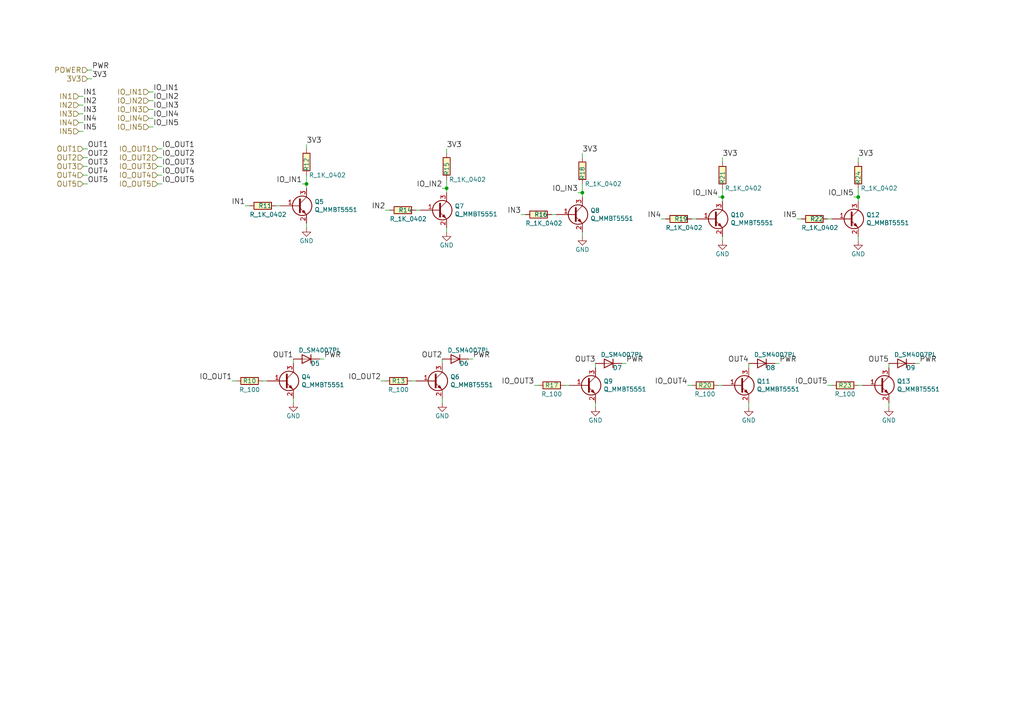
<source format=kicad_sch>
(kicad_sch (version 20211123) (generator eeschema)
  (paper "A4")
  (lib_symbols
    (symbol "Open_Automation:D_SM4007PL" (pin_numbers hide) (pin_names hide)
      (property "Reference" "D" (at 0 2.54 0))
      (property "Value" "Open_Automation_D_SM4007PL" (at 0 -2.54 0))
      (symbol "D_SM4007PL_0_1"
        (polyline (pts (xy -1.27 1.27) (xy -1.27 -1.27)) (stroke (width 0.254)))
        (polyline (pts (xy 1.27 0) (xy -1.27 0)))
        (polyline (pts (xy 1.27 1.27) (xy 1.27 -1.27) (xy -1.27 0) (xy 1.27 1.27)) (stroke (width 0.254)))
      )
      (symbol "D_SM4007PL_1_1"
        (pin passive line (at -3.81 0 0) (length 2.54) (name "K") (number "1"))
        (pin passive line (at 3.81 0 180) (length 2.54) (name "A") (number "2"))
        (pin no_connect line (at -1.27 0 0) (length 2.54) hide (name "NC") (number "2"))
      )
    )
    (symbol "Open_Automation:Q_MMBT5551" (pin_names (offset 0) hide)
      (property "Reference" "Q" (at 7.62 1.27 0))
      (property "Value" "Open_Automation_Q_MMBT5551" (at 15.24 -1.27 0))
      (symbol "Q_MMBT5551_0_1"
        (polyline (pts (xy 0.635 0.635) (xy 2.54 2.54)))
        (polyline (pts (xy 0.635 -0.635) (xy 2.54 -2.54) (xy 2.54 -2.54)))
        (polyline (pts (xy 0.635 1.905) (xy 0.635 -1.905) (xy 0.635 -1.905)) (stroke (width 0.508)))
        (polyline (pts (xy 1.27 -1.778) (xy 1.778 -1.27) (xy 2.286 -2.286) (xy 1.27 -1.778) (xy 1.27 -1.778)) (fill (type outline)))
        (circle (center 1.27 0) (radius 2.8194) (stroke (width 0.254)))
      )
      (symbol "Q_MMBT5551_1_1"
        (pin passive line (at -5.08 0 0) (length 5.715) (name "B") (number "1"))
        (pin passive line (at 2.54 -5.08 90) (length 2.54) (name "E") (number "2"))
        (pin passive line (at 2.54 5.08 270) (length 2.54) (name "C") (number "3"))
      )
    )
    (symbol "Open_Automation:R_100" (pin_numbers hide) (pin_names (offset 0))
      (property "Reference" "R" (at 0 0 90))
      (property "Value" "Open_Automation_R_100" (at -1.905 0 90))
      (symbol "R_100_0_1"
        (rectangle (start -1.016 -2.54) (end 1.016 2.54) (stroke (width 0.254)) (fill (type background)))
      )
      (symbol "R_100_1_1"
        (pin passive line (at 0 -3.81 90) (length 1.27) (name "~") (number "1"))
        (pin passive line (at 0 3.81 270) (length 1.27) (name "~") (number "2"))
      )
    )
    (symbol "Open_Automation:R_1K_0402" (pin_numbers hide) (pin_names (offset 0))
      (property "Reference" "R" (at 0 0 90))
      (property "Value" "Open_Automation_R_1K_0402" (at -1.905 0 90))
      (symbol "R_1K_0402_0_1"
        (rectangle (start -1.016 -2.54) (end 1.016 2.54) (stroke (width 0.254)) (fill (type background)))
      )
      (symbol "R_1K_0402_1_1"
        (pin passive line (at 0 3.81 270) (length 1.27) (name "~") (number "1"))
        (pin passive line (at 0 -3.81 90) (length 1.27) (name "~") (number "2"))
      )
    )
    (symbol "power:GND" (power) (pin_names (offset 0))
      (property "Value" "power_GND" (at 0 -3.81 0))
      (symbol "GND_0_1"
        (polyline (pts (xy 0 0) (xy 0 -1.27) (xy 1.27 -1.27) (xy 0 -2.54) (xy -1.27 -1.27) (xy 0 -1.27)))
      )
      (symbol "GND_1_1"
        (pin power_in line (at 0 0 270) (length 0) hide (name "GND") (number "1"))
      )
    )
  )
  (junction (at 248.92 57.15))
  (junction (at 209.55 57.15))
  (junction (at 168.91 55.88))
  (junction (at 129.54 54.61))
  (junction (at 88.9 53.34))
  (wire (pts (xy 24.13 30.48) (xy 22.86 30.48)))
  (wire (pts (xy 111.76 110.49) (xy 110.49 110.49)))
  (wire (pts (xy 248.92 54.61) (xy 248.92 57.15)))
  (wire (pts (xy 248.92 45.72) (xy 248.92 46.99)))
  (wire (pts (xy 240.03 63.5) (xy 241.3 63.5)))
  (wire (pts (xy 46.99 50.8) (xy 45.72 50.8)))
  (wire (pts (xy 232.41 63.5) (xy 231.14 63.5)))
  (wire (pts (xy 266.7 105.41) (xy 265.43 105.41)))
  (wire (pts (xy 46.99 53.34) (xy 45.72 53.34)))
  (wire (pts (xy 26.67 22.86) (xy 25.4 22.86)))
  (wire (pts (xy 87.63 53.34) (xy 88.9 53.34)))
  (wire (pts (xy 26.67 20.32) (xy 25.4 20.32)))
  (wire (pts (xy 168.91 55.88) (xy 168.91 57.15)))
  (wire (pts (xy 128.27 116.84) (xy 128.27 115.57)))
  (wire (pts (xy 172.72 118.11) (xy 172.72 116.84)))
  (wire (pts (xy 120.65 60.96) (xy 121.92 60.96)))
  (wire (pts (xy 44.45 29.21) (xy 43.18 29.21)))
  (wire (pts (xy 76.2 110.49) (xy 77.47 110.49)))
  (wire (pts (xy 248.92 111.76) (xy 250.19 111.76)))
  (wire (pts (xy 24.13 35.56) (xy 22.86 35.56)))
  (wire (pts (xy 226.06 105.41) (xy 224.79 105.41)))
  (wire (pts (xy 88.9 50.8) (xy 88.9 53.34)))
  (wire (pts (xy 68.58 110.49) (xy 67.31 110.49)))
  (wire (pts (xy 209.55 57.15) (xy 209.55 58.42)))
  (wire (pts (xy 44.45 31.75) (xy 43.18 31.75)))
  (wire (pts (xy 46.99 43.18) (xy 45.72 43.18)))
  (wire (pts (xy 152.4 62.23) (xy 151.13 62.23)))
  (wire (pts (xy 24.13 38.1) (xy 22.86 38.1)))
  (wire (pts (xy 46.99 48.26) (xy 45.72 48.26)))
  (wire (pts (xy 85.09 104.14) (xy 85.09 105.41)))
  (wire (pts (xy 167.64 55.88) (xy 168.91 55.88)))
  (wire (pts (xy 25.4 48.26) (xy 24.13 48.26)))
  (wire (pts (xy 257.81 118.11) (xy 257.81 116.84)))
  (wire (pts (xy 248.92 69.85) (xy 248.92 68.58)))
  (wire (pts (xy 209.55 54.61) (xy 209.55 57.15)))
  (wire (pts (xy 168.91 53.34) (xy 168.91 55.88)))
  (wire (pts (xy 24.13 33.02) (xy 22.86 33.02)))
  (wire (pts (xy 172.72 105.41) (xy 172.72 106.68)))
  (wire (pts (xy 217.17 105.41) (xy 217.17 106.68)))
  (wire (pts (xy 163.83 111.76) (xy 165.1 111.76)))
  (wire (pts (xy 44.45 36.83) (xy 43.18 36.83)))
  (wire (pts (xy 129.54 43.18) (xy 129.54 44.45)))
  (wire (pts (xy 181.61 105.41) (xy 180.34 105.41)))
  (wire (pts (xy 25.4 43.18) (xy 24.13 43.18)))
  (wire (pts (xy 193.04 63.5) (xy 191.77 63.5)))
  (wire (pts (xy 113.03 60.96) (xy 111.76 60.96)))
  (wire (pts (xy 168.91 44.45) (xy 168.91 45.72)))
  (wire (pts (xy 44.45 26.67) (xy 43.18 26.67)))
  (wire (pts (xy 93.98 104.14) (xy 92.71 104.14)))
  (wire (pts (xy 88.9 41.91) (xy 88.9 43.18)))
  (wire (pts (xy 200.66 111.76) (xy 199.39 111.76)))
  (wire (pts (xy 25.4 45.72) (xy 24.13 45.72)))
  (wire (pts (xy 209.55 69.85) (xy 209.55 68.58)))
  (wire (pts (xy 88.9 53.34) (xy 88.9 54.61)))
  (wire (pts (xy 128.27 54.61) (xy 129.54 54.61)))
  (wire (pts (xy 46.99 45.72) (xy 45.72 45.72)))
  (wire (pts (xy 247.65 57.15) (xy 248.92 57.15)))
  (wire (pts (xy 241.3 111.76) (xy 240.03 111.76)))
  (wire (pts (xy 257.81 105.41) (xy 257.81 106.68)))
  (wire (pts (xy 208.28 57.15) (xy 209.55 57.15)))
  (wire (pts (xy 248.92 57.15) (xy 248.92 58.42)))
  (wire (pts (xy 44.45 34.29) (xy 43.18 34.29)))
  (wire (pts (xy 24.13 27.94) (xy 22.86 27.94)))
  (wire (pts (xy 160.02 62.23) (xy 161.29 62.23)))
  (wire (pts (xy 137.16 104.14) (xy 135.89 104.14)))
  (wire (pts (xy 168.91 68.58) (xy 168.91 67.31)))
  (wire (pts (xy 119.38 110.49) (xy 120.65 110.49)))
  (wire (pts (xy 72.39 59.69) (xy 71.12 59.69)))
  (wire (pts (xy 85.09 116.84) (xy 85.09 115.57)))
  (wire (pts (xy 25.4 53.34) (xy 24.13 53.34)))
  (wire (pts (xy 208.28 111.76) (xy 209.55 111.76)))
  (wire (pts (xy 129.54 54.61) (xy 129.54 55.88)))
  (wire (pts (xy 129.54 67.31) (xy 129.54 66.04)))
  (wire (pts (xy 128.27 104.14) (xy 128.27 105.41)))
  (wire (pts (xy 25.4 50.8) (xy 24.13 50.8)))
  (wire (pts (xy 88.9 66.04) (xy 88.9 64.77)))
  (wire (pts (xy 209.55 45.72) (xy 209.55 46.99)))
  (wire (pts (xy 129.54 52.07) (xy 129.54 54.61)))
  (wire (pts (xy 217.17 118.11) (xy 217.17 116.84)))
  (wire (pts (xy 200.66 63.5) (xy 201.93 63.5)))
  (wire (pts (xy 80.01 59.69) (xy 81.28 59.69)))
  (wire (pts (xy 154.94 111.76) (xy 156.21 111.76)))
  (label "3V3" (at 88.9 41.91 0) (effects (font (size 1.524 1.524))))
  (label "IN4" (at 191.77 63.5 180) (effects (font (size 1.524 1.524))))
  (label "IO_OUT4" (at 46.99 50.8 0) (effects (font (size 1.524 1.524))))
  (label "IN1" (at 24.13 27.94 0) (effects (font (size 1.524 1.524))))
  (label "IN3" (at 24.13 33.02 0) (effects (font (size 1.524 1.524))))
  (label "IO_OUT5" (at 240.03 111.76 180) (effects (font (size 1.524 1.524))))
  (label "3V3" (at 168.91 44.45 0) (effects (font (size 1.524 1.524))))
  (label "IO_IN1" (at 44.45 26.67 0) (effects (font (size 1.524 1.524))))
  (label "IN1" (at 71.12 59.69 180) (effects (font (size 1.524 1.524))))
  (label "IO_IN2" (at 128.27 54.61 180) (effects (font (size 1.524 1.524))))
  (label "OUT5" (at 257.81 105.41 180) (effects (font (size 1.524 1.524))))
  (label "OUT2" (at 128.27 104.14 180) (effects (font (size 1.524 1.524))))
  (label "PWR" (at 137.16 104.14 0) (effects (font (size 1.524 1.524))))
  (label "IO_IN3" (at 44.45 31.75 0) (effects (font (size 1.524 1.524))))
  (label "IN5" (at 231.14 63.5 180) (effects (font (size 1.524 1.524))))
  (label "OUT4" (at 217.17 105.41 180) (effects (font (size 1.524 1.524))))
  (label "OUT5" (at 25.4 53.34 0) (effects (font (size 1.524 1.524))))
  (label "IO_IN4" (at 208.28 57.15 180) (effects (font (size 1.524 1.524))))
  (label "IO_IN5" (at 44.45 36.83 0) (effects (font (size 1.524 1.524))))
  (label "IO_OUT5" (at 46.99 53.34 0) (effects (font (size 1.524 1.524))))
  (label "IO_OUT2" (at 46.99 45.72 0) (effects (font (size 1.524 1.524))))
  (label "PWR" (at 181.61 105.41 0) (effects (font (size 1.524 1.524))))
  (label "OUT3" (at 172.72 105.41 180) (effects (font (size 1.524 1.524))))
  (label "OUT3" (at 25.4 48.26 0) (effects (font (size 1.524 1.524))))
  (label "IO_OUT3" (at 46.99 48.26 0) (effects (font (size 1.524 1.524))))
  (label "IO_OUT2" (at 110.49 110.49 180) (effects (font (size 1.524 1.524))))
  (label "IO_IN4" (at 44.45 34.29 0) (effects (font (size 1.524 1.524))))
  (label "3V3" (at 26.67 22.86 0) (effects (font (size 1.524 1.524))))
  (label "IO_IN1" (at 87.63 53.34 180) (effects (font (size 1.524 1.524))))
  (label "IO_OUT3" (at 154.94 111.76 180) (effects (font (size 1.524 1.524))))
  (label "IO_IN2" (at 44.45 29.21 0) (effects (font (size 1.524 1.524))))
  (label "IO_IN3" (at 167.64 55.88 180) (effects (font (size 1.524 1.524))))
  (label "IO_OUT1" (at 46.99 43.18 0) (effects (font (size 1.524 1.524))))
  (label "IO_IN5" (at 247.65 57.15 180) (effects (font (size 1.524 1.524))))
  (label "OUT2" (at 25.4 45.72 0) (effects (font (size 1.524 1.524))))
  (label "OUT4" (at 25.4 50.8 0) (effects (font (size 1.524 1.524))))
  (label "OUT1" (at 85.09 104.14 180) (effects (font (size 1.524 1.524))))
  (label "PWR" (at 93.98 104.14 0) (effects (font (size 1.524 1.524))))
  (label "IO_OUT4" (at 199.39 111.76 180) (effects (font (size 1.524 1.524))))
  (label "3V3" (at 209.55 45.72 0) (effects (font (size 1.524 1.524))))
  (label "IO_OUT1" (at 67.31 110.49 180) (effects (font (size 1.524 1.524))))
  (label "IN4" (at 24.13 35.56 0) (effects (font (size 1.524 1.524))))
  (label "3V3" (at 129.54 43.18 0) (effects (font (size 1.524 1.524))))
  (label "3V3" (at 248.92 45.72 0) (effects (font (size 1.524 1.524))))
  (label "IN5" (at 24.13 38.1 0) (effects (font (size 1.524 1.524))))
  (label "IN3" (at 151.13 62.23 180) (effects (font (size 1.524 1.524))))
  (label "IN2" (at 24.13 30.48 0) (effects (font (size 1.524 1.524))))
  (label "IN2" (at 111.76 60.96 180) (effects (font (size 1.524 1.524))))
  (label "PWR" (at 226.06 105.41 0) (effects (font (size 1.524 1.524))))
  (label "PWR" (at 26.67 20.32 0) (effects (font (size 1.524 1.524))))
  (label "PWR" (at 266.7 105.41 0) (effects (font (size 1.524 1.524))))
  (label "OUT1" (at 25.4 43.18 0) (effects (font (size 1.524 1.524))))
  (hierarchical_label "IO_IN2" (shape input) (at 43.18 29.21 180) (effects (font (size 1.524 1.524))))
  (hierarchical_label "IN3" (shape input) (at 22.86 33.02 180) (effects (font (size 1.524 1.524))))
  (hierarchical_label "IO_OUT5" (shape input) (at 45.72 53.34 180) (effects (font (size 1.524 1.524))))
  (hierarchical_label "IN1" (shape input) (at 22.86 27.94 180) (effects (font (size 1.524 1.524))))
  (hierarchical_label "IO_OUT2" (shape input) (at 45.72 45.72 180) (effects (font (size 1.524 1.524))))
  (hierarchical_label "OUT2" (shape input) (at 24.13 45.72 180) (effects (font (size 1.524 1.524))))
  (hierarchical_label "IO_IN1" (shape input) (at 43.18 26.67 180) (effects (font (size 1.524 1.524))))
  (hierarchical_label "IN2" (shape input) (at 22.86 30.48 180) (effects (font (size 1.524 1.524))))
  (hierarchical_label "OUT3" (shape input) (at 24.13 48.26 180) (effects (font (size 1.524 1.524))))
  (hierarchical_label "IN5" (shape input) (at 22.86 38.1 180) (effects (font (size 1.524 1.524))))
  (hierarchical_label "IO_IN5" (shape input) (at 43.18 36.83 180) (effects (font (size 1.524 1.524))))
  (hierarchical_label "IN4" (shape input) (at 22.86 35.56 180) (effects (font (size 1.524 1.524))))
  (hierarchical_label "IO_IN4" (shape input) (at 43.18 34.29 180) (effects (font (size 1.524 1.524))))
  (hierarchical_label "OUT1" (shape input) (at 24.13 43.18 180) (effects (font (size 1.524 1.524))))
  (hierarchical_label "POWER" (shape input) (at 25.4 20.32 180) (effects (font (size 1.524 1.524))))
  (hierarchical_label "IO_IN3" (shape input) (at 43.18 31.75 180) (effects (font (size 1.524 1.524))))
  (hierarchical_label "3V3" (shape input) (at 25.4 22.86 180) (effects (font (size 1.524 1.524))))
  (hierarchical_label "IO_OUT3" (shape input) (at 45.72 48.26 180) (effects (font (size 1.524 1.524))))
  (hierarchical_label "IO_OUT1" (shape input) (at 45.72 43.18 180) (effects (font (size 1.524 1.524))))
  (hierarchical_label "OUT5" (shape input) (at 24.13 53.34 180) (effects (font (size 1.524 1.524))))
  (hierarchical_label "IO_OUT4" (shape input) (at 45.72 50.8 180) (effects (font (size 1.524 1.524))))
  (hierarchical_label "OUT4" (shape input) (at 24.13 50.8 180) (effects (font (size 1.524 1.524))))
  (symbol (lib_id "Open_Automation:D_SM4007PL") (at 88.9 104.14 180) (unit 1)
    (property "Reference" "D5" (at 91.44 105.41 0))
    (property "Value" "D_SM4007PL" (at 92.71 101.6 0))
    (property "Footprint" "Diode_SMD:D_SOD-123F" (effects hide))
    (property "Datasheet" "https://datasheet.lcsc.com/lcsc/1811131822_Amphenol-ICC-10118194-0001LF_C132563.pdf" (effects hide))
    (property "Part Number" "SM4007PL" (effects hide))
    (property "LCSC" "C64898" (effects hide))
  )
  (symbol (lib_id "Open_Automation:D_SM4007PL") (at 132.08 104.14 180) (unit 1)
    (property "Reference" "D6" (at 134.62 105.41 0))
    (property "Value" "D_SM4007PL" (at 135.89 101.6 0))
    (property "Footprint" "Diode_SMD:D_SOD-123F" (effects hide))
    (property "Datasheet" "https://datasheet.lcsc.com/lcsc/1811131822_Amphenol-ICC-10118194-0001LF_C132563.pdf" (effects hide))
    (property "Part Number" "SM4007PL" (effects hide))
    (property "LCSC" "C64898" (effects hide))
  )
  (symbol (lib_id "Open_Automation:D_SM4007PL") (at 176.53 105.41 180) (unit 1)
    (property "Reference" "D7" (at 179.07 106.68 0))
    (property "Value" "D_SM4007PL" (at 180.34 102.87 0))
    (property "Footprint" "Diode_SMD:D_SOD-123F" (effects hide))
    (property "Datasheet" "https://datasheet.lcsc.com/lcsc/1811131822_Amphenol-ICC-10118194-0001LF_C132563.pdf" (effects hide))
    (property "Part Number" "SM4007PL" (effects hide))
    (property "LCSC" "C64898" (effects hide))
  )
  (symbol (lib_id "Open_Automation:Q_MMBT5551") (at 86.36 59.69 0) (unit 1)
    (property "Reference" "Q5" (at 91.2114 58.5216 0) (effects (justify left)))
    (property "Value" "Q_MMBT5551" (at 91.2114 60.833 0) (effects (justify left)))
    (property "Footprint" "Package_TO_SOT_SMD:SOT-23" (effects hide))
    (property "Datasheet" "https://datasheet.lcsc.com/szlcsc/Changjiang-Electronics-Tech-CJ-SS8050_C2150.pdf" (effects hide))
    (property "Part Number" "MMBT5551" (effects hide))
    (property "LCSC" "C2145" (effects hide))
  )
  (symbol (lib_id "Open_Automation:R_1K_0402") (at 76.2 59.69 270) (unit 1)
    (property "Reference" "R11" (at 74.93 59.69 90) (effects (justify left)))
    (property "Value" "R_1K_0402" (at 72.39 62.23 90) (effects (justify left)))
    (property "Footprint" "Resistor_SMD:R_0402_1005Metric_Pad0.72x0.64mm_HandSolder" (effects hide))
    (property "Datasheet" "https://www.digikey.com/product-detail/en/panasonic-electronic-components/ERJ-3GEYJ102V/P1.0KGDKR-ND/577615" (effects hide))
    (property "Part Number" "0402WGF1001TCE" (effects hide))
    (property "LCSC" "C11702" (effects hide))
  )
  (symbol (lib_id "Open_Automation:D_SM4007PL") (at 220.98 105.41 180) (unit 1)
    (property "Reference" "D8" (at 223.52 106.68 0))
    (property "Value" "D_SM4007PL" (at 224.79 102.87 0))
    (property "Footprint" "Diode_SMD:D_SOD-123F" (effects hide))
    (property "Datasheet" "https://datasheet.lcsc.com/lcsc/1811131822_Amphenol-ICC-10118194-0001LF_C132563.pdf" (effects hide))
    (property "Part Number" "SM4007PL" (effects hide))
    (property "LCSC" "C64898" (effects hide))
  )
  (symbol (lib_id "Open_Automation:R_1K_0402") (at 88.9 46.99 180) (unit 1)
    (property "Reference" "R12" (at 88.9 45.72 90) (effects (justify left)))
    (property "Value" "R_1K_0402" (at 100.33 50.8 0) (effects (justify left)))
    (property "Footprint" "Resistor_SMD:R_0402_1005Metric_Pad0.72x0.64mm_HandSolder" (effects hide))
    (property "Datasheet" "https://www.digikey.com/product-detail/en/panasonic-electronic-components/ERJ-3GEYJ102V/P1.0KGDKR-ND/577615" (effects hide))
    (property "Part Number" "0402WGF1001TCE" (effects hide))
    (property "LCSC" "C11702" (effects hide))
  )
  (symbol (lib_id "power:GND") (at 88.9 66.04 0) (unit 1)
    (property "Reference" "#PWR017" (effects hide))
    (property "Value" "GND" (at 88.9 69.85 0))
  )
  (symbol (lib_id "Open_Automation:D_SM4007PL") (at 261.62 105.41 180) (unit 1)
    (property "Reference" "D9" (at 264.16 106.68 0))
    (property "Value" "D_SM4007PL" (at 265.43 102.87 0))
    (property "Footprint" "Diode_SMD:D_SOD-123F" (effects hide))
    (property "Datasheet" "https://datasheet.lcsc.com/lcsc/1811131822_Amphenol-ICC-10118194-0001LF_C132563.pdf" (effects hide))
    (property "Part Number" "SM4007PL" (effects hide))
    (property "LCSC" "C64898" (effects hide))
  )
  (symbol (lib_id "Open_Automation:Q_MMBT5551") (at 127 60.96 0) (unit 1)
    (property "Reference" "Q7" (at 131.8514 59.7916 0) (effects (justify left)))
    (property "Value" "Q_MMBT5551" (at 131.8514 62.103 0) (effects (justify left)))
    (property "Footprint" "Package_TO_SOT_SMD:SOT-23" (effects hide))
    (property "Datasheet" "https://datasheet.lcsc.com/szlcsc/Changjiang-Electronics-Tech-CJ-SS8050_C2150.pdf" (effects hide))
    (property "Part Number" "MMBT5551" (effects hide))
    (property "LCSC" "C2145" (effects hide))
  )
  (symbol (lib_id "Open_Automation:R_1K_0402") (at 116.84 60.96 270) (unit 1)
    (property "Reference" "R14" (at 115.57 60.96 90) (effects (justify left)))
    (property "Value" "R_1K_0402" (at 113.03 63.5 90) (effects (justify left)))
    (property "Footprint" "Resistor_SMD:R_0402_1005Metric_Pad0.72x0.64mm_HandSolder" (effects hide))
    (property "Datasheet" "https://www.digikey.com/product-detail/en/panasonic-electronic-components/ERJ-3GEYJ102V/P1.0KGDKR-ND/577615" (effects hide))
    (property "Part Number" "0402WGF1001TCE" (effects hide))
    (property "LCSC" "C11702" (effects hide))
  )
  (symbol (lib_id "Open_Automation:R_1K_0402") (at 129.54 48.26 180) (unit 1)
    (property "Reference" "R15" (at 129.54 46.99 90) (effects (justify left)))
    (property "Value" "R_1K_0402" (at 140.97 52.07 0) (effects (justify left)))
    (property "Footprint" "Resistor_SMD:R_0402_1005Metric_Pad0.72x0.64mm_HandSolder" (effects hide))
    (property "Datasheet" "https://www.digikey.com/product-detail/en/panasonic-electronic-components/ERJ-3GEYJ102V/P1.0KGDKR-ND/577615" (effects hide))
    (property "Part Number" "0402WGF1001TCE" (effects hide))
    (property "LCSC" "C11702" (effects hide))
  )
  (symbol (lib_id "power:GND") (at 129.54 67.31 0) (unit 1)
    (property "Reference" "#PWR019" (effects hide))
    (property "Value" "GND" (at 129.54 71.12 0))
  )
  (symbol (lib_id "Open_Automation:Q_MMBT5551") (at 166.37 62.23 0) (unit 1)
    (property "Reference" "Q8" (at 171.2214 61.0616 0) (effects (justify left)))
    (property "Value" "Q_MMBT5551" (at 171.2214 63.373 0) (effects (justify left)))
    (property "Footprint" "Package_TO_SOT_SMD:SOT-23" (effects hide))
    (property "Datasheet" "https://datasheet.lcsc.com/szlcsc/Changjiang-Electronics-Tech-CJ-SS8050_C2150.pdf" (effects hide))
    (property "Part Number" "MMBT5551" (effects hide))
    (property "LCSC" "C2145" (effects hide))
  )
  (symbol (lib_id "Open_Automation:R_1K_0402") (at 156.21 62.23 270) (unit 1)
    (property "Reference" "R16" (at 154.94 62.23 90) (effects (justify left)))
    (property "Value" "R_1K_0402" (at 152.4 64.77 90) (effects (justify left)))
    (property "Footprint" "Resistor_SMD:R_0402_1005Metric_Pad0.72x0.64mm_HandSolder" (effects hide))
    (property "Datasheet" "https://www.digikey.com/product-detail/en/panasonic-electronic-components/ERJ-3GEYJ102V/P1.0KGDKR-ND/577615" (effects hide))
    (property "Part Number" "0402WGF1001TCE" (effects hide))
    (property "LCSC" "C11702" (effects hide))
  )
  (symbol (lib_id "Open_Automation:R_1K_0402") (at 168.91 49.53 180) (unit 1)
    (property "Reference" "R18" (at 168.91 48.26 90) (effects (justify left)))
    (property "Value" "R_1K_0402" (at 180.34 53.34 0) (effects (justify left)))
    (property "Footprint" "Resistor_SMD:R_0402_1005Metric_Pad0.72x0.64mm_HandSolder" (effects hide))
    (property "Datasheet" "https://www.digikey.com/product-detail/en/panasonic-electronic-components/ERJ-3GEYJ102V/P1.0KGDKR-ND/577615" (effects hide))
    (property "Part Number" "0402WGF1001TCE" (effects hide))
    (property "LCSC" "C11702" (effects hide))
  )
  (symbol (lib_id "power:GND") (at 168.91 68.58 0) (unit 1)
    (property "Reference" "#PWR020" (effects hide))
    (property "Value" "GND" (at 168.91 72.39 0))
  )
  (symbol (lib_id "Open_Automation:Q_MMBT5551") (at 207.01 63.5 0) (unit 1)
    (property "Reference" "Q10" (at 211.8614 62.3316 0) (effects (justify left)))
    (property "Value" "Q_MMBT5551" (at 211.8614 64.643 0) (effects (justify left)))
    (property "Footprint" "Package_TO_SOT_SMD:SOT-23" (effects hide))
    (property "Datasheet" "https://datasheet.lcsc.com/szlcsc/Changjiang-Electronics-Tech-CJ-SS8050_C2150.pdf" (effects hide))
    (property "Part Number" "MMBT5551" (effects hide))
    (property "LCSC" "C2145" (effects hide))
  )
  (symbol (lib_id "Open_Automation:R_1K_0402") (at 196.85 63.5 270) (unit 1)
    (property "Reference" "R19" (at 195.58 63.5 90) (effects (justify left)))
    (property "Value" "R_1K_0402" (at 193.04 66.04 90) (effects (justify left)))
    (property "Footprint" "Resistor_SMD:R_0402_1005Metric_Pad0.72x0.64mm_HandSolder" (effects hide))
    (property "Datasheet" "https://www.digikey.com/product-detail/en/panasonic-electronic-components/ERJ-3GEYJ102V/P1.0KGDKR-ND/577615" (effects hide))
    (property "Part Number" "0402WGF1001TCE" (effects hide))
    (property "LCSC" "C11702" (effects hide))
  )
  (symbol (lib_id "Open_Automation:R_1K_0402") (at 209.55 50.8 180) (unit 1)
    (property "Reference" "R21" (at 209.55 49.53 90) (effects (justify left)))
    (property "Value" "R_1K_0402" (at 220.98 54.61 0) (effects (justify left)))
    (property "Footprint" "Resistor_SMD:R_0402_1005Metric_Pad0.72x0.64mm_HandSolder" (effects hide))
    (property "Datasheet" "https://www.digikey.com/product-detail/en/panasonic-electronic-components/ERJ-3GEYJ102V/P1.0KGDKR-ND/577615" (effects hide))
    (property "Part Number" "0402WGF1001TCE" (effects hide))
    (property "LCSC" "C11702" (effects hide))
  )
  (symbol (lib_id "power:GND") (at 209.55 69.85 0) (unit 1)
    (property "Reference" "#PWR022" (effects hide))
    (property "Value" "GND" (at 209.55 73.66 0))
  )
  (symbol (lib_id "Open_Automation:Q_MMBT5551") (at 82.55 110.49 0) (unit 1)
    (property "Reference" "Q4" (at 87.4014 109.3216 0) (effects (justify left)))
    (property "Value" "Q_MMBT5551" (at 87.4014 111.633 0) (effects (justify left)))
    (property "Footprint" "Package_TO_SOT_SMD:SOT-23" (effects hide))
    (property "Datasheet" "https://datasheet.lcsc.com/szlcsc/Changjiang-Electronics-Tech-CJ-SS8050_C2150.pdf" (effects hide))
    (property "Part Number" "MMBT5551" (effects hide))
    (property "LCSC" "C2145" (effects hide))
  )
  (symbol (lib_id "power:GND") (at 85.09 116.84 0) (unit 1)
    (property "Reference" "#PWR016" (effects hide))
    (property "Value" "GND" (at 85.09 120.65 0))
  )
  (symbol (lib_id "Open_Automation:Q_MMBT5551") (at 125.73 110.49 0) (unit 1)
    (property "Reference" "Q6" (at 130.5814 109.3216 0) (effects (justify left)))
    (property "Value" "Q_MMBT5551" (at 130.5814 111.633 0) (effects (justify left)))
    (property "Footprint" "Package_TO_SOT_SMD:SOT-23" (effects hide))
    (property "Datasheet" "https://datasheet.lcsc.com/szlcsc/Changjiang-Electronics-Tech-CJ-SS8050_C2150.pdf" (effects hide))
    (property "Part Number" "MMBT5551" (effects hide))
    (property "LCSC" "C2145" (effects hide))
  )
  (symbol (lib_id "power:GND") (at 128.27 116.84 0) (unit 1)
    (property "Reference" "#PWR018" (effects hide))
    (property "Value" "GND" (at 128.27 120.65 0))
  )
  (symbol (lib_id "Open_Automation:Q_MMBT5551") (at 170.18 111.76 0) (unit 1)
    (property "Reference" "Q9" (at 175.0314 110.5916 0) (effects (justify left)))
    (property "Value" "Q_MMBT5551" (at 175.0314 112.903 0) (effects (justify left)))
    (property "Footprint" "Package_TO_SOT_SMD:SOT-23" (effects hide))
    (property "Datasheet" "https://datasheet.lcsc.com/szlcsc/Changjiang-Electronics-Tech-CJ-SS8050_C2150.pdf" (effects hide))
    (property "Part Number" "MMBT5551" (effects hide))
    (property "LCSC" "C2145" (effects hide))
  )
  (symbol (lib_id "power:GND") (at 172.72 118.11 0) (unit 1)
    (property "Reference" "#PWR021" (effects hide))
    (property "Value" "GND" (at 172.72 121.92 0))
  )
  (symbol (lib_id "Open_Automation:Q_MMBT5551") (at 214.63 111.76 0) (unit 1)
    (property "Reference" "Q11" (at 219.4814 110.5916 0) (effects (justify left)))
    (property "Value" "Q_MMBT5551" (at 219.4814 112.903 0) (effects (justify left)))
    (property "Footprint" "Package_TO_SOT_SMD:SOT-23" (effects hide))
    (property "Datasheet" "https://datasheet.lcsc.com/szlcsc/Changjiang-Electronics-Tech-CJ-SS8050_C2150.pdf" (effects hide))
    (property "Part Number" "MMBT5551" (effects hide))
    (property "LCSC" "C2145" (effects hide))
  )
  (symbol (lib_id "power:GND") (at 217.17 118.11 0) (unit 1)
    (property "Reference" "#PWR023" (effects hide))
    (property "Value" "GND" (at 217.17 121.92 0))
  )
  (symbol (lib_id "Open_Automation:Q_MMBT5551") (at 246.38 63.5 0) (unit 1)
    (property "Reference" "Q12" (at 251.2314 62.3316 0) (effects (justify left)))
    (property "Value" "Q_MMBT5551" (at 251.2314 64.643 0) (effects (justify left)))
    (property "Footprint" "Package_TO_SOT_SMD:SOT-23" (effects hide))
    (property "Datasheet" "https://datasheet.lcsc.com/szlcsc/Changjiang-Electronics-Tech-CJ-SS8050_C2150.pdf" (effects hide))
    (property "Part Number" "MMBT5551" (effects hide))
    (property "LCSC" "C2145" (effects hide))
  )
  (symbol (lib_id "Open_Automation:R_1K_0402") (at 236.22 63.5 270) (unit 1)
    (property "Reference" "R22" (at 234.95 63.5 90) (effects (justify left)))
    (property "Value" "R_1K_0402" (at 232.41 66.04 90) (effects (justify left)))
    (property "Footprint" "Resistor_SMD:R_0402_1005Metric_Pad0.72x0.64mm_HandSolder" (effects hide))
    (property "Datasheet" "https://www.digikey.com/product-detail/en/panasonic-electronic-components/ERJ-3GEYJ102V/P1.0KGDKR-ND/577615" (effects hide))
    (property "Part Number" "0402WGF1001TCE" (effects hide))
    (property "LCSC" "C11702" (effects hide))
  )
  (symbol (lib_id "Open_Automation:R_1K_0402") (at 248.92 50.8 180) (unit 1)
    (property "Reference" "R24" (at 248.92 49.53 90) (effects (justify left)))
    (property "Value" "R_1K_0402" (at 260.35 54.61 0) (effects (justify left)))
    (property "Footprint" "Resistor_SMD:R_0402_1005Metric_Pad0.72x0.64mm_HandSolder" (effects hide))
    (property "Datasheet" "https://www.digikey.com/product-detail/en/panasonic-electronic-components/ERJ-3GEYJ102V/P1.0KGDKR-ND/577615" (effects hide))
    (property "Part Number" "0402WGF1001TCE" (effects hide))
    (property "LCSC" "C11702" (effects hide))
  )
  (symbol (lib_id "power:GND") (at 248.92 69.85 0) (unit 1)
    (property "Reference" "#PWR024" (effects hide))
    (property "Value" "GND" (at 248.92 73.66 0))
  )
  (symbol (lib_id "Open_Automation:Q_MMBT5551") (at 255.27 111.76 0) (unit 1)
    (property "Reference" "Q13" (at 260.1214 110.5916 0) (effects (justify left)))
    (property "Value" "Q_MMBT5551" (at 260.1214 112.903 0) (effects (justify left)))
    (property "Footprint" "Package_TO_SOT_SMD:SOT-23" (effects hide))
    (property "Datasheet" "https://datasheet.lcsc.com/szlcsc/Changjiang-Electronics-Tech-CJ-SS8050_C2150.pdf" (effects hide))
    (property "Part Number" "MMBT5551" (effects hide))
    (property "LCSC" "C2145" (effects hide))
  )
  (symbol (lib_id "power:GND") (at 257.81 118.11 0) (unit 1)
    (property "Reference" "#PWR025" (effects hide))
    (property "Value" "GND" (at 257.81 121.92 0))
  )
  (symbol (lib_id "Open_Automation:R_100") (at 72.39 110.49 270) (unit 1)
    (property "Reference" "R10" (at 72.39 110.49 90))
    (property "Value" "R_100" (at 72.39 113.03 90))
    (property "Footprint" "Resistor_SMD:R_0402_1005Metric_Pad0.72x0.64mm_HandSolder" (effects hide))
    (property "Datasheet" "https://datasheet.lcsc.com/szlcsc/Uniroyal-Elec-0402WGF1000TCE_C25076.pdf" (effects hide))
    (property "Part Number" "0402WGF1000TCE" (effects hide))
    (property "LCSC" "C25076" (effects hide))
  )
  (symbol (lib_id "Open_Automation:R_100") (at 115.57 110.49 270) (unit 1)
    (property "Reference" "R13" (at 115.57 110.49 90))
    (property "Value" "R_100" (at 115.57 113.03 90))
    (property "Footprint" "Resistor_SMD:R_0402_1005Metric_Pad0.72x0.64mm_HandSolder" (effects hide))
    (property "Datasheet" "https://datasheet.lcsc.com/szlcsc/Uniroyal-Elec-0402WGF1000TCE_C25076.pdf" (effects hide))
    (property "Part Number" "0402WGF1000TCE" (effects hide))
    (property "LCSC" "C25076" (effects hide))
  )
  (symbol (lib_id "Open_Automation:R_100") (at 160.02 111.76 270) (unit 1)
    (property "Reference" "R17" (at 160.02 111.76 90))
    (property "Value" "R_100" (at 160.02 114.3 90))
    (property "Footprint" "Resistor_SMD:R_0402_1005Metric_Pad0.72x0.64mm_HandSolder" (effects hide))
    (property "Datasheet" "https://datasheet.lcsc.com/szlcsc/Uniroyal-Elec-0402WGF1000TCE_C25076.pdf" (effects hide))
    (property "Part Number" "0402WGF1000TCE" (effects hide))
    (property "LCSC" "C25076" (effects hide))
  )
  (symbol (lib_id "Open_Automation:R_100") (at 204.47 111.76 270) (unit 1)
    (property "Reference" "R20" (at 204.47 111.76 90))
    (property "Value" "R_100" (at 204.47 114.3 90))
    (property "Footprint" "Resistor_SMD:R_0402_1005Metric_Pad0.72x0.64mm_HandSolder" (effects hide))
    (property "Datasheet" "https://datasheet.lcsc.com/szlcsc/Uniroyal-Elec-0402WGF1000TCE_C25076.pdf" (effects hide))
    (property "Part Number" "0402WGF1000TCE" (effects hide))
    (property "LCSC" "C25076" (effects hide))
  )
  (symbol (lib_id "Open_Automation:R_100") (at 245.11 111.76 270) (unit 1)
    (property "Reference" "R23" (at 245.11 111.76 90))
    (property "Value" "R_100" (at 245.11 114.3 90))
    (property "Footprint" "Resistor_SMD:R_0402_1005Metric_Pad0.72x0.64mm_HandSolder" (effects hide))
    (property "Datasheet" "https://datasheet.lcsc.com/szlcsc/Uniroyal-Elec-0402WGF1000TCE_C25076.pdf" (effects hide))
    (property "Part Number" "0402WGF1000TCE" (effects hide))
    (property "LCSC" "C25076" (effects hide))
  )
)
</source>
